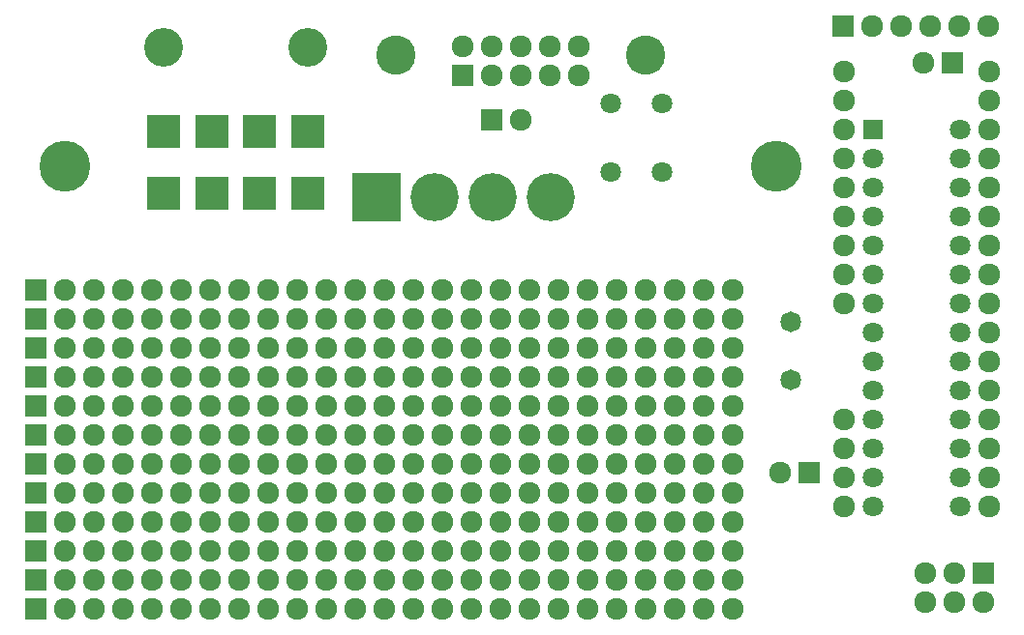
<source format=gbs>
G04 (created by PCBNEW (2013-07-07 BZR 4022)-stable) date 08/05/2014 10:59:01 AM*
%MOIN*%
G04 Gerber Fmt 3.4, Leading zero omitted, Abs format*
%FSLAX34Y34*%
G01*
G70*
G90*
G04 APERTURE LIST*
%ADD10C,0.00590551*%
%ADD11C,0.175748*%
%ADD12C,0.133858*%
%ADD13R,0.115748X0.115748*%
%ADD14C,0.135748*%
%ADD15R,0.075748X0.075748*%
%ADD16C,0.075748*%
%ADD17C,0.070748*%
%ADD18R,0.070748X0.070748*%
%ADD19C,0.071748*%
%ADD20C,0.165748*%
%ADD21R,0.165748X0.165748*%
G04 APERTURE END LIST*
G54D10*
G54D11*
X32750Y-15750D03*
X8250Y-15750D03*
G54D12*
X16630Y-11643D03*
G54D13*
X16630Y-16682D03*
X14976Y-16682D03*
X13324Y-16682D03*
X11670Y-16682D03*
X16630Y-14518D03*
X14976Y-14518D03*
X13324Y-14518D03*
X11670Y-14518D03*
G54D12*
X11670Y-11643D03*
G54D14*
X28250Y-11900D03*
X19650Y-11900D03*
G54D15*
X21950Y-12600D03*
G54D16*
X21950Y-11600D03*
X22950Y-12600D03*
X22950Y-11600D03*
X23950Y-12600D03*
X23950Y-11600D03*
X24950Y-12600D03*
X24950Y-11600D03*
X25950Y-12600D03*
X25950Y-11600D03*
G54D17*
X27054Y-13579D03*
X28826Y-13579D03*
X27054Y-15941D03*
X28826Y-15941D03*
G54D15*
X35050Y-10892D03*
G54D16*
X36050Y-10892D03*
X37050Y-10892D03*
X38050Y-10892D03*
X39050Y-10892D03*
X40050Y-10892D03*
G54D17*
X36094Y-15470D03*
X36094Y-16470D03*
X36094Y-17470D03*
X36094Y-18470D03*
X36094Y-19470D03*
X36094Y-20470D03*
X36094Y-21470D03*
X36094Y-22470D03*
X36094Y-23470D03*
X36094Y-24470D03*
X36094Y-25470D03*
X36094Y-26470D03*
X36094Y-27470D03*
G54D18*
X36094Y-14470D03*
G54D17*
X39094Y-27470D03*
X39094Y-26470D03*
X39094Y-25470D03*
X39094Y-24470D03*
X39094Y-23470D03*
X39094Y-22470D03*
X39094Y-21470D03*
X39094Y-20470D03*
X39094Y-19470D03*
X39094Y-18470D03*
X39094Y-17470D03*
X39094Y-16470D03*
X39094Y-15470D03*
X39094Y-14470D03*
G54D19*
X33254Y-23090D03*
X33254Y-21090D03*
G54D16*
X35094Y-12470D03*
X35094Y-13470D03*
X35094Y-14470D03*
X35094Y-15470D03*
X35094Y-16470D03*
X35094Y-17470D03*
X35094Y-18470D03*
X35094Y-19470D03*
X35094Y-20470D03*
X35094Y-24470D03*
X35094Y-25470D03*
X35094Y-26470D03*
X35094Y-27470D03*
X40094Y-27470D03*
X40094Y-26470D03*
X40094Y-25470D03*
X40094Y-24470D03*
X40094Y-23470D03*
X40094Y-22470D03*
X40094Y-21470D03*
X40094Y-20470D03*
X40094Y-19470D03*
X40094Y-18470D03*
X40094Y-17470D03*
X40094Y-16470D03*
X40094Y-15470D03*
X40094Y-14470D03*
X40094Y-13470D03*
X40094Y-12470D03*
G54D15*
X39896Y-29772D03*
G54D16*
X39896Y-30772D03*
X38896Y-29772D03*
X38896Y-30772D03*
X37896Y-29772D03*
X37896Y-30772D03*
G54D15*
X38830Y-12180D03*
G54D16*
X37830Y-12180D03*
G54D15*
X33890Y-26312D03*
G54D16*
X32890Y-26312D03*
X27250Y-29000D03*
X31250Y-29000D03*
X30250Y-29000D03*
X29250Y-29000D03*
X28250Y-29000D03*
X22250Y-29000D03*
X21250Y-29000D03*
X20250Y-29000D03*
X19250Y-29000D03*
X18250Y-29000D03*
X23250Y-29000D03*
X24250Y-29000D03*
X25250Y-29000D03*
X26250Y-29000D03*
X17250Y-29000D03*
X16250Y-29000D03*
X15250Y-29000D03*
X14250Y-29000D03*
X13250Y-29000D03*
G54D15*
X7250Y-29000D03*
G54D16*
X8250Y-29000D03*
X9250Y-29000D03*
X10250Y-29000D03*
X11250Y-29000D03*
X12250Y-29000D03*
X27250Y-28000D03*
X31250Y-28000D03*
X30250Y-28000D03*
X29250Y-28000D03*
X28250Y-28000D03*
X22250Y-28000D03*
X21250Y-28000D03*
X20250Y-28000D03*
X19250Y-28000D03*
X18250Y-28000D03*
X23250Y-28000D03*
X24250Y-28000D03*
X25250Y-28000D03*
X26250Y-28000D03*
X17250Y-28000D03*
X16250Y-28000D03*
X15250Y-28000D03*
X14250Y-28000D03*
X13250Y-28000D03*
G54D15*
X7250Y-28000D03*
G54D16*
X8250Y-28000D03*
X9250Y-28000D03*
X10250Y-28000D03*
X11250Y-28000D03*
X12250Y-28000D03*
X27250Y-27000D03*
X31250Y-27000D03*
X30250Y-27000D03*
X29250Y-27000D03*
X28250Y-27000D03*
X22250Y-27000D03*
X21250Y-27000D03*
X20250Y-27000D03*
X19250Y-27000D03*
X18250Y-27000D03*
X23250Y-27000D03*
X24250Y-27000D03*
X25250Y-27000D03*
X26250Y-27000D03*
X17250Y-27000D03*
X16250Y-27000D03*
X15250Y-27000D03*
X14250Y-27000D03*
X13250Y-27000D03*
G54D15*
X7250Y-27000D03*
G54D16*
X8250Y-27000D03*
X9250Y-27000D03*
X10250Y-27000D03*
X11250Y-27000D03*
X12250Y-27000D03*
X27250Y-26000D03*
X31250Y-26000D03*
X30250Y-26000D03*
X29250Y-26000D03*
X28250Y-26000D03*
X22250Y-26000D03*
X21250Y-26000D03*
X20250Y-26000D03*
X19250Y-26000D03*
X18250Y-26000D03*
X23250Y-26000D03*
X24250Y-26000D03*
X25250Y-26000D03*
X26250Y-26000D03*
X17250Y-26000D03*
X16250Y-26000D03*
X15250Y-26000D03*
X14250Y-26000D03*
X13250Y-26000D03*
G54D15*
X7250Y-26000D03*
G54D16*
X8250Y-26000D03*
X9250Y-26000D03*
X10250Y-26000D03*
X11250Y-26000D03*
X12250Y-26000D03*
X27250Y-25000D03*
X31250Y-25000D03*
X30250Y-25000D03*
X29250Y-25000D03*
X28250Y-25000D03*
X22250Y-25000D03*
X21250Y-25000D03*
X20250Y-25000D03*
X19250Y-25000D03*
X18250Y-25000D03*
X23250Y-25000D03*
X24250Y-25000D03*
X25250Y-25000D03*
X26250Y-25000D03*
X17250Y-25000D03*
X16250Y-25000D03*
X15250Y-25000D03*
X14250Y-25000D03*
X13250Y-25000D03*
G54D15*
X7250Y-25000D03*
G54D16*
X8250Y-25000D03*
X9250Y-25000D03*
X10250Y-25000D03*
X11250Y-25000D03*
X12250Y-25000D03*
X27250Y-24000D03*
X31250Y-24000D03*
X30250Y-24000D03*
X29250Y-24000D03*
X28250Y-24000D03*
X22250Y-24000D03*
X21250Y-24000D03*
X20250Y-24000D03*
X19250Y-24000D03*
X18250Y-24000D03*
X23250Y-24000D03*
X24250Y-24000D03*
X25250Y-24000D03*
X26250Y-24000D03*
X17250Y-24000D03*
X16250Y-24000D03*
X15250Y-24000D03*
X14250Y-24000D03*
X13250Y-24000D03*
G54D15*
X7250Y-24000D03*
G54D16*
X8250Y-24000D03*
X9250Y-24000D03*
X10250Y-24000D03*
X11250Y-24000D03*
X12250Y-24000D03*
X27250Y-23000D03*
X31250Y-23000D03*
X30250Y-23000D03*
X29250Y-23000D03*
X28250Y-23000D03*
X22250Y-23000D03*
X21250Y-23000D03*
X20250Y-23000D03*
X19250Y-23000D03*
X18250Y-23000D03*
X23250Y-23000D03*
X24250Y-23000D03*
X25250Y-23000D03*
X26250Y-23000D03*
X17250Y-23000D03*
X16250Y-23000D03*
X15250Y-23000D03*
X14250Y-23000D03*
X13250Y-23000D03*
G54D15*
X7250Y-23000D03*
G54D16*
X8250Y-23000D03*
X9250Y-23000D03*
X10250Y-23000D03*
X11250Y-23000D03*
X12250Y-23000D03*
X27250Y-22000D03*
X31250Y-22000D03*
X30250Y-22000D03*
X29250Y-22000D03*
X28250Y-22000D03*
X22250Y-22000D03*
X21250Y-22000D03*
X20250Y-22000D03*
X19250Y-22000D03*
X18250Y-22000D03*
X23250Y-22000D03*
X24250Y-22000D03*
X25250Y-22000D03*
X26250Y-22000D03*
X17250Y-22000D03*
X16250Y-22000D03*
X15250Y-22000D03*
X14250Y-22000D03*
X13250Y-22000D03*
G54D15*
X7250Y-22000D03*
G54D16*
X8250Y-22000D03*
X9250Y-22000D03*
X10250Y-22000D03*
X11250Y-22000D03*
X12250Y-22000D03*
X27250Y-30000D03*
X31250Y-30000D03*
X30250Y-30000D03*
X29250Y-30000D03*
X28250Y-30000D03*
X22250Y-30000D03*
X21250Y-30000D03*
X20250Y-30000D03*
X19250Y-30000D03*
X18250Y-30000D03*
X23250Y-30000D03*
X24250Y-30000D03*
X25250Y-30000D03*
X26250Y-30000D03*
X17250Y-30000D03*
X16250Y-30000D03*
X15250Y-30000D03*
X14250Y-30000D03*
X13250Y-30000D03*
G54D15*
X7250Y-30000D03*
G54D16*
X8250Y-30000D03*
X9250Y-30000D03*
X10250Y-30000D03*
X11250Y-30000D03*
X12250Y-30000D03*
X27250Y-21000D03*
X31250Y-21000D03*
X30250Y-21000D03*
X29250Y-21000D03*
X28250Y-21000D03*
X22250Y-21000D03*
X21250Y-21000D03*
X20250Y-21000D03*
X19250Y-21000D03*
X18250Y-21000D03*
X23250Y-21000D03*
X24250Y-21000D03*
X25250Y-21000D03*
X26250Y-21000D03*
X17250Y-21000D03*
X16250Y-21000D03*
X15250Y-21000D03*
X14250Y-21000D03*
X13250Y-21000D03*
G54D15*
X7250Y-21000D03*
G54D16*
X8250Y-21000D03*
X9250Y-21000D03*
X10250Y-21000D03*
X11250Y-21000D03*
X12250Y-21000D03*
G54D20*
X21000Y-16800D03*
X23000Y-16800D03*
G54D21*
X19000Y-16800D03*
G54D20*
X25000Y-16800D03*
G54D16*
X27250Y-20000D03*
X31250Y-20000D03*
X30250Y-20000D03*
X29250Y-20000D03*
X28250Y-20000D03*
X22250Y-20000D03*
X21250Y-20000D03*
X20250Y-20000D03*
X19250Y-20000D03*
X18250Y-20000D03*
X23250Y-20000D03*
X24250Y-20000D03*
X25250Y-20000D03*
X26250Y-20000D03*
X17250Y-20000D03*
X16250Y-20000D03*
X15250Y-20000D03*
X14250Y-20000D03*
X13250Y-20000D03*
G54D15*
X7250Y-20000D03*
G54D16*
X8250Y-20000D03*
X9250Y-20000D03*
X10250Y-20000D03*
X11250Y-20000D03*
X12250Y-20000D03*
X27250Y-31000D03*
X31250Y-31000D03*
X30250Y-31000D03*
X29250Y-31000D03*
X28250Y-31000D03*
X22250Y-31000D03*
X21250Y-31000D03*
X20250Y-31000D03*
X19250Y-31000D03*
X18250Y-31000D03*
X23250Y-31000D03*
X24250Y-31000D03*
X25250Y-31000D03*
X26250Y-31000D03*
X17250Y-31000D03*
X16250Y-31000D03*
X15250Y-31000D03*
X14250Y-31000D03*
X13250Y-31000D03*
G54D15*
X7250Y-31000D03*
G54D16*
X8250Y-31000D03*
X9250Y-31000D03*
X10250Y-31000D03*
X11250Y-31000D03*
X12250Y-31000D03*
G54D15*
X22950Y-14120D03*
G54D16*
X23950Y-14120D03*
M02*

</source>
